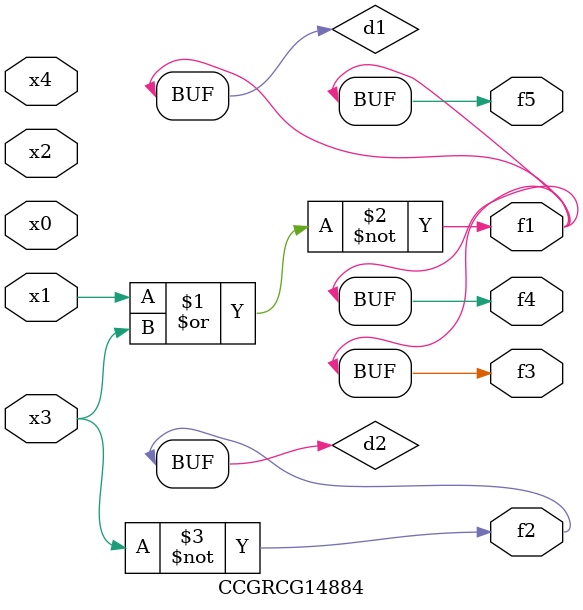
<source format=v>
module CCGRCG14884(
	input x0, x1, x2, x3, x4,
	output f1, f2, f3, f4, f5
);

	wire d1, d2;

	nor (d1, x1, x3);
	not (d2, x3);
	assign f1 = d1;
	assign f2 = d2;
	assign f3 = d1;
	assign f4 = d1;
	assign f5 = d1;
endmodule

</source>
